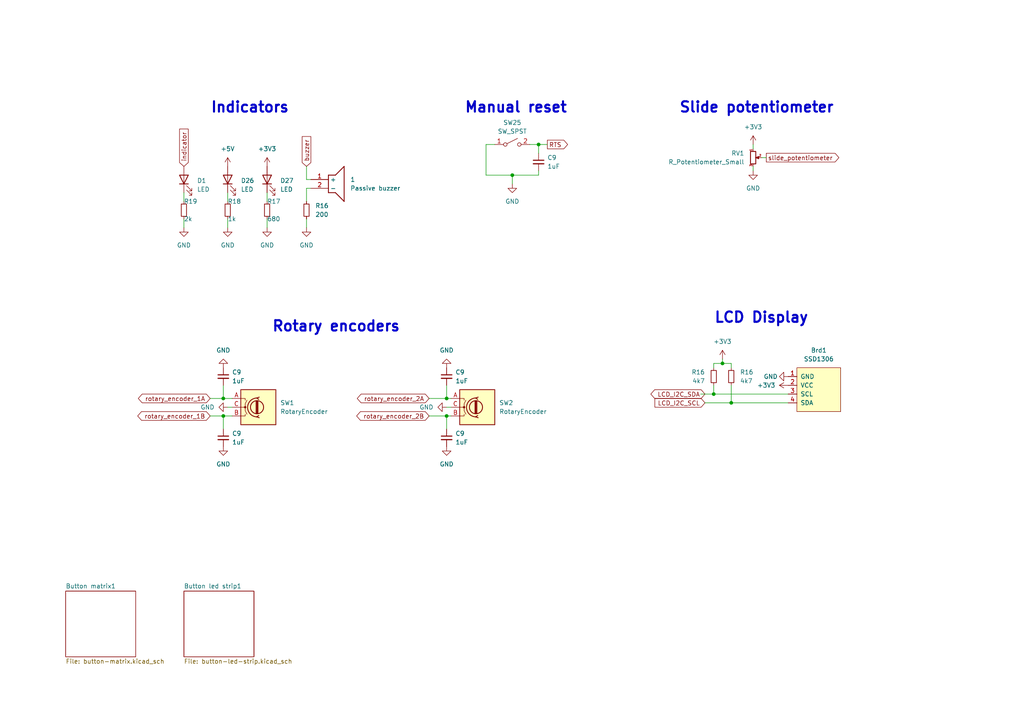
<source format=kicad_sch>
(kicad_sch (version 20230121) (generator eeschema)
  (paper "A4")
  (title_block (title "Keypad board") (date "2023-11-15") (rev "1.1"))
  (lib_symbols
    (symbol "Device:R_Potentiometer_Small" (pin_names (offset 1.016) hide)
      (property "Reference" "RV" (at -4.445 0 90))
      (property "Value" "R_Potentiometer_Small" (at -2.54 0 90))
      (symbol "R_Potentiometer_Small_0_1"
        (polyline (pts (xy 0.889 0) (xy 0.635 0) (xy 1.651 0.381) (xy 1.651 -0.381) (xy 0.635 0) (xy 0.889 0)) (fill (type outline)))
        (rectangle (start 0.762 1.8034) (end -0.762 -1.8034) (stroke (width 0.254)))
      )
      (symbol "R_Potentiometer_Small_1_1"
        (pin passive line (at 0 2.54 270) (length 0.635) (name "1") (number "1"))
        (pin passive line (at 2.54 0 180) (length 0.9906) (name "2") (number "2"))
        (pin passive line (at 0 -2.54 90) (length 0.635) (name "3") (number "3"))
      )
    )
    (symbol "Device:RotaryEncoder" (pin_names (offset 0.254) hide)
      (property "Reference" "SW" (at 0 6.604 0))
      (property "Value" "RotaryEncoder" (at 0 -6.604 0))
      (symbol "RotaryEncoder_0_1"
        (rectangle (start -5.08 5.08) (end 5.08 -5.08) (stroke (width 0.254)) (fill (type background)))
        (circle (center -3.81 0) (radius 0.254) (fill (type outline)))
        (circle (center -0.381 0) (radius 1.905) (stroke (width 0.254)))
        (arc (start -0.381 2.667) (mid -3.0988 -0.0635) (end -0.381 -2.794) (stroke (width 0.254)))
        (polyline (pts (xy -0.635 -1.778) (xy -0.635 1.778)) (stroke (width 0.254)))
        (polyline (pts (xy -0.381 -1.778) (xy -0.381 1.778)) (stroke (width 0.254)))
        (polyline (pts (xy -0.127 1.778) (xy -0.127 -1.778)) (stroke (width 0.254)))
        (polyline (pts (xy -5.08 -2.54) (xy -3.81 -2.54) (xy -3.81 -2.032)))
        (polyline (pts (xy -5.08 2.54) (xy -3.81 2.54) (xy -3.81 2.032)))
        (polyline (pts (xy 0.254 -3.048) (xy -0.508 -2.794) (xy 0.127 -2.413)) (stroke (width 0.254)))
        (polyline (pts (xy 0.254 2.921) (xy -0.508 2.667) (xy 0.127 2.286)) (stroke (width 0.254)))
        (polyline (pts (xy -5.08 0) (xy -3.81 0) (xy -3.81 -1.016) (xy -3.302 -2.032)))
        (polyline (pts (xy -4.318 0) (xy -3.81 0) (xy -3.81 1.016) (xy -3.302 2.032)))
      )
      (symbol "RotaryEncoder_1_1"
        (pin passive line (at -7.62 2.54 0) (length 2.54) (name "A") (number "A"))
        (pin passive line (at -7.62 -2.54 0) (length 2.54) (name "B") (number "B"))
        (pin passive line (at -7.62 0 0) (length 2.54) (name "C") (number "C"))
      )
    )
    (symbol "PUTRocketLab_semiconductors:LED" (pin_numbers hide) (pin_names (offset 1.016) hide)
      (property "Reference" "D" (at 0 2.54 0))
      (property "Value" "LED" (at 0 -2.54 0))
      (symbol "LED_0_1"
        (polyline (pts (xy -1.27 -1.27) (xy -1.27 1.27)) (stroke (width 0.254)))
        (polyline (pts (xy -1.27 0) (xy 1.27 0)))
        (polyline (pts (xy 1.27 -1.27) (xy 1.27 1.27) (xy -1.27 0) (xy 1.27 -1.27)) (stroke (width 0.254)))
        (polyline (pts (xy -3.048 -0.762) (xy -4.572 -2.286) (xy -3.81 -2.286) (xy -4.572 -2.286) (xy -4.572 -1.524)))
        (polyline (pts (xy -1.778 -0.762) (xy -3.302 -2.286) (xy -2.54 -2.286) (xy -3.302 -2.286) (xy -3.302 -1.524)))
      )
      (symbol "LED_1_1"
        (pin passive line (at -3.81 0 0) (length 2.54) (name "K") (number "1"))
        (pin passive line (at 3.81 0 180) (length 2.54) (name "A") (number "2"))
      )
    )
    (symbol "PUTRocketLab_supply:+3.3V" (power) (pin_names (offset 0))
      (property "Value" "+3.3V" (at 0 3.556 0))
      (symbol "+3.3V_0_1"
        (polyline (pts (xy -0.762 1.27) (xy 0 2.54)))
        (polyline (pts (xy 0 0) (xy 0 2.54)))
        (polyline (pts (xy 0 2.54) (xy 0.762 1.27)))
      )
      (symbol "+3.3V_1_1"
        (pin power_in line (at 0 0 90) (length 0) hide (name "+3V3") (number "1"))
      )
    )
    (symbol "PUTRocketLab_supply:GND" (power) (pin_names (offset 0))
      (property "Value" "GND" (at 0 -3.81 0))
      (symbol "GND_0_1"
        (polyline (pts (xy 0 0) (xy 0 -1.27) (xy 1.27 -1.27) (xy 0 -2.54) (xy -1.27 -1.27) (xy 0 -1.27)))
      )
      (symbol "GND_1_1"
        (pin power_in line (at 0 0 270) (length 0) hide (name "GND") (number "1"))
      )
    )
    (symbol "PUT_RocketLab_misc:CMI-9605IC-0580T"
      (property "Reference" "?" (at 10.795 2.5401 0))
      (property "Value" "CMI-9605IC-0580T" (at 10.795 0.0001 0))
      (symbol "CMI-9605IC-0580T_1_1"
        (polyline (pts (xy 5.08 1.27) (xy 5.08 -3.81)) (stroke (width 0.254)))
        (polyline (pts (xy 5.08 1.27) (xy 7.112 1.27)) (stroke (width 0.254)))
        (polyline (pts (xy 7.112 -3.81) (xy 5.08 -3.81)) (stroke (width 0.254)))
        (polyline (pts (xy 7.112 -3.81) (xy 9.652 -6.35)) (stroke (width 0.254)))
        (polyline (pts (xy 9.652 3.81) (xy 7.112 1.27)) (stroke (width 0.254)))
        (polyline (pts (xy 9.652 3.81) (xy 9.652 -6.35)) (stroke (width 0.254)))
        (pin passive line (at 0 0 0) (length 5.08) (name "+") (number "1"))
        (pin passive line (at 0 -2.54 0) (length 5.08) (name "-") (number "2"))
      )
    )
    (symbol "PUT_RocketLab_misc:SSD1306" (pin_names (offset 1.016))
      (property "Reference" "Brd" (at 0 -3.81 0))
      (property "Value" "SSD1306" (at 0 -1.27 0))
      (symbol "SSD1306_0_1"
        (rectangle (start -6.35 6.35) (end 6.35 -6.35) (fill (type background)))
      )
      (symbol "SSD1306_1_1"
        (pin input line (at -3.81 8.89 270) (length 2.54) (name "GND") (number "1"))
        (pin input line (at -1.27 8.89 270) (length 2.54) (name "VCC") (number "2"))
        (pin input line (at 1.27 8.89 270) (length 2.54) (name "SCL") (number "3"))
        (pin input line (at 3.81 8.89 270) (length 2.54) (name "SDA") (number "4"))
      )
    )
    (symbol "PUT_RocketLab_power:+5V" (power) (pin_names (offset 0))
      (property "Value" "+5V" (at 0 3.556 0))
      (symbol "+5V_0_1"
        (polyline (pts (xy -0.762 1.27) (xy 0 2.54)))
        (polyline (pts (xy 0 0) (xy 0 2.54)))
        (polyline (pts (xy 0 2.54) (xy 0.762 1.27)))
      )
      (symbol "+5V_1_1"
        (pin power_in line (at 0 0 90) (length 0) hide (name "+5V") (number "1"))
      )
    )
    (symbol "PUT_RocketLab_power:GND" (power) (pin_names (offset 0))
      (property "Value" "GND" (at 0 -3.81 0))
      (symbol "GND_0_1"
        (polyline (pts (xy 0 0) (xy 0 -1.27) (xy 1.27 -1.27) (xy 0 -2.54) (xy -1.27 -1.27) (xy 0 -1.27)))
      )
      (symbol "GND_1_1"
        (pin power_in line (at 0 0 270) (length 0) hide (name "GND") (number "1"))
      )
    )
    (symbol "PutRocketLab_RCL:C_Small" (pin_numbers hide) (pin_names (offset 0.254) hide)
      (property "Reference" "C" (at 0.254 1.778 0))
      (property "Value" "C_Small" (at 0.254 -2.032 0))
      (symbol "C_Small_0_1"
        (polyline (pts (xy -1.524 -0.508) (xy 1.524 -0.508)) (stroke (width 0.3302)))
        (polyline (pts (xy -1.524 0.508) (xy 1.524 0.508)) (stroke (width 0.3048)))
      )
      (symbol "C_Small_1_1"
        (pin passive line (at 0 2.54 270) (length 2.032) (name "~") (number "1"))
        (pin passive line (at 0 -2.54 90) (length 2.032) (name "~") (number "2"))
      )
    )
    (symbol "PutRocketLab_RCL:R_Small" (pin_numbers hide) (pin_names (offset 0.254) hide)
      (property "Reference" "R" (at 0.762 0.508 0))
      (property "Value" "R_Small" (at 0.762 -1.016 0))
      (symbol "R_Small_0_1"
        (rectangle (start -0.762 1.778) (end 0.762 -1.778) (stroke (width 0.2032)))
      )
      (symbol "R_Small_1_1"
        (pin passive line (at 0 2.54 270) (length 0.762) (name "~") (number "1"))
        (pin passive line (at 0 -2.54 90) (length 0.762) (name "~") (number "2"))
      )
    )
    (symbol "Switch:SW_SPST" (pin_names (offset 0) hide)
      (property "Reference" "SW" (at 0 3.175 0))
      (property "Value" "SW_SPST" (at 0 -2.54 0))
      (symbol "SW_SPST_0_0"
        (circle (center -2.032 0) (radius 0.508))
        (polyline (pts (xy -1.524 0.254) (xy 1.524 1.778)))
        (circle (center 2.032 0) (radius 0.508))
      )
      (symbol "SW_SPST_1_1"
        (pin passive line (at -5.08 0 0) (length 2.54) (name "A") (number "1"))
        (pin passive line (at 5.08 0 180) (length 2.54) (name "B") (number "2"))
      )
    )
  )
  (junction (at 156.21 41.91))
  (junction (at 148.59 50.8))
  (junction (at 212.09 116.84))
  (junction (at 64.77 120.65))
  (junction (at 209.55 105.41))
  (junction (at 129.54 120.65))
  (junction (at 129.54 115.57))
  (junction (at 207.01 114.3))
  (junction (at 64.77 115.57))
  (wire (pts (xy 207.01 105.41) (xy 209.55 105.41)))
  (wire (pts (xy 66.04 63.5) (xy 66.04 66.04)))
  (wire (pts (xy 129.54 120.65) (xy 130.81 120.65)))
  (wire (pts (xy 156.21 50.8) (xy 156.21 49.53)))
  (wire (pts (xy 143.51 41.91) (xy 140.97 41.91)))
  (wire (pts (xy 218.44 41.91) (xy 218.44 43.18)))
  (wire (pts (xy 129.54 111.76) (xy 129.54 115.57)))
  (wire (pts (xy 218.44 48.26) (xy 218.44 49.53)))
  (wire (pts (xy 88.9 52.07) (xy 88.9 48.26)))
  (wire (pts (xy 77.47 63.5) (xy 77.47 66.04)))
  (wire (pts (xy 60.96 120.65) (xy 64.77 120.65)))
  (wire (pts (xy 203.2 114.3) (xy 207.01 114.3)))
  (wire (pts (xy 153.67 41.91) (xy 156.21 41.91)))
  (wire (pts (xy 129.54 118.11) (xy 130.81 118.11)))
  (wire (pts (xy 129.54 120.65) (xy 129.54 124.46)))
  (wire (pts (xy 66.04 55.88) (xy 66.04 58.42)))
  (wire (pts (xy 148.59 50.8) (xy 156.21 50.8)))
  (wire (pts (xy 204.47 116.84) (xy 212.09 116.84)))
  (wire (pts (xy 64.77 120.65) (xy 67.31 120.65)))
  (wire (pts (xy 156.21 41.91) (xy 158.75 41.91)))
  (wire (pts (xy 212.09 116.84) (xy 228.6 116.84)))
  (wire (pts (xy 207.01 114.3) (xy 207.01 111.76)))
  (wire (pts (xy 88.9 54.61) (xy 90.17 54.61)))
  (wire (pts (xy 88.9 63.5) (xy 88.9 66.04)))
  (wire (pts (xy 222.25 45.72) (xy 220.98 45.72)))
  (wire (pts (xy 207.01 114.3) (xy 228.6 114.3)))
  (wire (pts (xy 64.77 115.57) (xy 67.31 115.57)))
  (wire (pts (xy 77.47 55.88) (xy 77.47 58.42)))
  (wire (pts (xy 88.9 52.07) (xy 90.17 52.07)))
  (wire (pts (xy 148.59 53.34) (xy 148.59 50.8)))
  (wire (pts (xy 212.09 116.84) (xy 212.09 111.76)))
  (wire (pts (xy 64.77 111.76) (xy 64.77 115.57)))
  (wire (pts (xy 53.34 55.88) (xy 53.34 58.42)))
  (wire (pts (xy 140.97 41.91) (xy 140.97 50.8)))
  (wire (pts (xy 53.34 63.5) (xy 53.34 66.04)))
  (wire (pts (xy 140.97 50.8) (xy 148.59 50.8)))
  (wire (pts (xy 88.9 58.42) (xy 88.9 54.61)))
  (wire (pts (xy 124.46 120.65) (xy 129.54 120.65)))
  (wire (pts (xy 207.01 106.68) (xy 207.01 105.41)))
  (wire (pts (xy 124.46 115.57) (xy 129.54 115.57)))
  (wire (pts (xy 60.96 115.57) (xy 64.77 115.57)))
  (wire (pts (xy 209.55 105.41) (xy 212.09 105.41)))
  (wire (pts (xy 64.77 120.65) (xy 64.77 124.46)))
  (wire (pts (xy 129.54 115.57) (xy 130.81 115.57)))
  (wire (pts (xy 212.09 105.41) (xy 212.09 106.68)))
  (wire (pts (xy 156.21 41.91) (xy 156.21 44.45)))
  (wire (pts (xy 66.04 118.11) (xy 67.31 118.11)))
  (wire (pts (xy 209.55 105.41) (xy 209.55 104.14)))
  (text "Rotary encoders" (at 78.74 96.52 0) (effects (font (size 3 3) bold) (justify left bottom)))
  (text "Slide potentiometer" (at 196.85 33.02 0) (effects (font (size 3 3) bold) (justify left bottom)))
  (text "Indicators" (at 60.96 33.02 0) (effects (font (size 3 3) (thickness 0.6) bold) (justify left bottom)))
  (text "Manual reset" (at 134.62 33.02 0) (effects (font (size 3 3) (thickness 0.6) bold) (justify left bottom)))
  (text "LCD Display" (at 207.01 93.98 0) (effects (font (size 3 3) bold) (justify left bottom)))
  (global_label "slide_potentiometer" (shape output) (at 222.25 45.72 0) (property "Intersheetrefs" "${INTERSHEET_REFS}" (effects hide)))
  (global_label "indicator" (shape input) (at 53.34 48.26 90) (property "Intersheetrefs" "${INTERSHEET_REFS}" (effects hide)))
  (global_label "LCD_I2C_SDA" (shape bidirectional) (at 204.47 114.3 180) (property "Intersheetrefs" "${INTERSHEET_REFS}" (effects hide)))
  (global_label "rotary_encoder_1A" (shape bidirectional) (at 60.96 115.57 180) (property "Intersheetrefs" "${INTERSHEET_REFS}" (effects hide)))
  (global_label "rotary_encoder_1B" (shape bidirectional) (at 60.96 120.65 180) (property "Intersheetrefs" "${INTERSHEET_REFS}" (effects hide)))
  (global_label "RTS" (shape output) (at 158.75 41.91 0) (property "Intersheetrefs" "${INTERSHEET_REFS}" (effects hide)))
  (global_label "rotary_encoder_2B" (shape bidirectional) (at 124.46 120.65 180) (property "Intersheetrefs" "${INTERSHEET_REFS}" (effects hide)))
  (global_label "rotary_encoder_2A" (shape bidirectional) (at 124.46 115.57 180) (property "Intersheetrefs" "${INTERSHEET_REFS}" (effects hide)))
  (global_label "buzzer" (shape input) (at 88.9 48.26 90) (property "Intersheetrefs" "${INTERSHEET_REFS}" (effects hide)))
  (global_label "LCD_I2C_SCL" (shape input) (at 204.47 116.84 180) (property "Intersheetrefs" "${INTERSHEET_REFS}" (effects hide)))
  (symbol (lib_id "PutRocketLab_RCL:C_Small") (at 64.77 127 0) (unit 1)
    (property "Reference" "C9" (at 67.31 125.7363 0) (effects (justify left)))
    (property "Value" "1uF" (at 67.31 128.2763 0) (effects (justify left)))
    (instances (project "keypad" (path "" (reference "C9") (unit 1)) (path "" (reference "C9") (unit 1)) (path "" (reference "C12") (unit 1))))
  )
  (symbol (lib_id "PUT_RocketLab_power:GND") (at 66.04 118.11 270) (unit 1)
    (property "Reference" "#PWR029" (effects hide))
    (property "Value" "GND" (at 62.23 118.11 90) (effects (justify right)))
  )
  (symbol (lib_id "PUT_RocketLab_power:GND") (at 148.59 53.34 0) (unit 1)
    (property "Reference" "#PWR042" (effects hide))
    (property "Value" "GND" (at 148.59 58.42 0))
  )
  (symbol (lib_id "PUT_RocketLab_misc:SSD1306") (at 237.49 113.03 90) (mirror x) (unit 1)
    (property "Reference" "Brd1" (at 237.49 101.6 90))
    (property "Value" "SSD1306" (at 237.49 104.14 90))
  )
  (symbol (lib_id "PUTRocketLab_supply:GND") (at 66.04 66.04 0) (unit 1)
    (property "Reference" "#PWR052" (effects hide))
    (property "Value" "GND" (at 66.04 71.12 0))
    (instances (project "keypad" (path "" (reference "#PWR052") (unit 1)) (path "" (reference "#PWR050") (unit 1))))
  )
  (symbol (lib_id "PUTRocketLab_semiconductors:LED") (at 53.34 52.07 90) (unit 1)
    (property "Reference" "D1" (at 57.15 52.3875 90) (effects (justify right)))
    (property "Value" "LED" (at 57.15 54.9275 90) (effects (justify right)))
  )
  (symbol (lib_id "PUTRocketLab_supply:GND") (at 218.44 49.53 0) (unit 1)
    (property "Reference" "#PWR053" (effects hide))
    (property "Value" "GND" (at 218.44 54.61 0))
    (instances (project "keypad" (path "" (reference "#PWR053") (unit 1)) (path "" (reference "#PWR054") (unit 1))))
  )
  (symbol (lib_id "PutRocketLab_RCL:C_Small") (at 156.21 46.99 0) (unit 1)
    (property "Reference" "C9" (at 158.75 45.7263 0) (effects (justify left)))
    (property "Value" "1uF" (at 158.75 48.2663 0) (effects (justify left)))
  )
  (symbol (lib_id "PutRocketLab_RCL:C_Small") (at 129.54 109.22 0) (unit 1)
    (property "Reference" "C9" (at 132.08 107.9563 0) (effects (justify left)))
    (property "Value" "1uF" (at 132.08 110.4963 0) (effects (justify left)))
    (instances (project "keypad" (path "" (reference "C9") (unit 1)) (path "" (reference "C9") (unit 1)) (path "" (reference "C13") (unit 1))))
  )
  (symbol (lib_id "PutRocketLab_RCL:R_Small") (at 66.04 60.96 0) (unit 1)
    (property "Reference" "R18" (at 66.04 58.42 0) (effects (justify left)))
    (property "Value" "1k" (at 66.04 63.5 0) (effects (justify left)))
    (instances (project "keypad" (path "" (reference "R18") (unit 1)) (path "" (reference "R17") (unit 1))))
  )
  (symbol (lib_id "PutRocketLab_RCL:R_Small") (at 53.34 60.96 0) (unit 1)
    (property "Reference" "R19" (at 53.34 58.42 0) (effects (justify left)))
    (property "Value" "2k" (at 53.34 63.5 0) (effects (justify left)))
    (instances (project "keypad" (path "" (reference "R19") (unit 1)) (path "" (reference "R16") (unit 1))))
  )
  (symbol (lib_id "PUT_RocketLab_power:GND") (at 129.54 129.54 0) (unit 1)
    (property "Reference" "#PWR031" (effects hide))
    (property "Value" "GND" (at 129.54 134.62 0))
  )
  (symbol (lib_id "PUTRocketLab_supply:+3.3V") (at 228.6 111.76 90) (unit 1)
    (property "Reference" "#PWR051" (effects hide))
    (property "Value" "+3.3V" (at 222.25 111.76 90))
    (instances (project "keypad" (path "" (reference "#PWR051") (unit 1)) (path "" (reference "#PWR035") (unit 1))))
  )
  (symbol (lib_id "PUTRocketLab_semiconductors:LED") (at 77.47 52.07 90) (unit 1)
    (property "Reference" "D27" (at 81.28 52.3875 90) (effects (justify right)))
    (property "Value" "LED" (at 81.28 54.9275 90) (effects (justify right)))
  )
  (symbol (lib_id "PUT_RocketLab_power:+5V") (at 66.04 48.26 0) (unit 1)
    (property "Reference" "#PWR050" (effects hide))
    (property "Value" "+5V" (at 66.04 43.18 0))
    (instances (project "keypad" (path "" (reference "#PWR050") (unit 1)) (path "" (reference "#PWR049") (unit 1))))
  )
  (symbol (lib_id "PUT_RocketLab_misc:CMI-9605IC-0580T") (at 90.17 52.07 0) (unit 1)
    (property "Reference" "1" (at 101.6 52.07 0) (effects (justify left)))
    (property "Value" "Passive buzzer" (at 101.6 54.61 0) (effects (justify left)))
    (property "Reference_1" "LS" (effects hide))
    (property "Value_1" "CMI-9605IC-0580T" (effects hide))
    (property "Footprint_1" "CMI9605IC0580T" (effects hide))
    (property "Datasheet_1" "2761125Hb" (effects hide))
    (property "Height" "5.5" (effects hide))
    (property "Mouser Part Number" "490-CMI-9605IC-0580T" (effects hide))
    (property "Mouser Price/Stock" "https://www.mouser.co.uk/ProductDetail/CUI-Devices/CMI-9605IC-0580T?qs=OlC7AqGiEDlyVLS7NTulfA%3D%3D" (effects hide))
    (property "Manufacturer_Name" "CUI Devices" (effects hide))
    (property "Manufacturer_Part_Number" "CMI-9605IC-0580T" (effects hide))
    (instances (project "keypad" (path "" (reference "1") (unit 1)) (path "" (reference "11?") (unit 1))))
  )
  (symbol (lib_id "PutRocketLab_RCL:C_Small") (at 64.77 109.22 0) (unit 1)
    (property "Reference" "C9" (at 67.31 107.9563 0) (effects (justify left)))
    (property "Value" "1uF" (at 67.31 110.4963 0) (effects (justify left)))
    (instances (project "keypad" (path "" (reference "C9") (unit 1)) (path "" (reference "C9") (unit 1)) (path "" (reference "C11") (unit 1))))
  )
  (symbol (lib_id "PutRocketLab_RCL:R_Small") (at 88.9 60.96 0) (unit 1)
    (property "Reference" "R16" (at 91.44 59.69 0) (effects (justify left)))
    (property "Value" "200" (at 91.44 62.23 0) (effects (justify left)))
    (instances (project "keypad" (path "" (reference "R16") (unit 1)) (path "" (reference "R19") (unit 1))))
  )
  (symbol (lib_id "PutRocketLab_RCL:R_Small") (at 77.47 60.96 0) (unit 1)
    (property "Reference" "R17" (at 77.47 58.42 0) (effects (justify left)))
    (property "Value" "680" (at 77.47 63.5 0) (effects (justify left)))
    (instances (project "keypad" (path "" (reference "R17") (unit 1)) (path "" (reference "R18") (unit 1))))
  )
  (symbol (lib_id "PUTRocketLab_supply:+3.3V") (at 77.47 48.26 0) (unit 1)
    (property "Reference" "#PWR051" (effects hide))
    (property "Value" "+3.3V" (at 77.47 43.18 0))
  )
  (symbol (lib_id "PutRocketLab_RCL:R_Small") (at 212.09 109.22 0) (unit 1)
    (property "Reference" "R16" (at 214.63 107.95 0) (effects (justify left)))
    (property "Value" "4k7" (at 214.63 110.49 0) (effects (justify left)))
    (instances (project "keypad" (path "" (reference "R16") (unit 1)) (path "" (reference "R21") (unit 1))))
  )
  (symbol (lib_id "PUTRocketLab_supply:GND") (at 88.9 66.04 0) (unit 1)
    (property "Reference" "#PWR049" (effects hide))
    (property "Value" "GND" (at 88.9 71.12 0))
    (instances (project "keypad" (path "" (reference "#PWR049") (unit 1)) (path "" (reference "#PWR053") (unit 1))))
  )
  (symbol (lib_id "PUTRocketLab_supply:GND") (at 77.47 66.04 0) (unit 1)
    (property "Reference" "#PWR053" (effects hide))
    (property "Value" "GND" (at 77.47 71.12 0))
    (instances (project "keypad" (path "" (reference "#PWR053") (unit 1)) (path "" (reference "#PWR052") (unit 1))))
  )
  (symbol (lib_id "Switch:SW_SPST") (at 148.59 41.91 0) (unit 1)
    (property "Reference" "SW25" (at 148.59 35.56 0))
    (property "Value" "SW_SPST" (at 148.59 38.1 0))
  )
  (symbol (lib_id "PUT_RocketLab_power:GND") (at 129.54 118.11 270) (unit 1)
    (property "Reference" "#PWR028" (effects hide))
    (property "Value" "GND" (at 125.73 118.11 90) (effects (justify right)))
  )
  (symbol (lib_id "PutRocketLab_RCL:C_Small") (at 129.54 127 0) (unit 1)
    (property "Reference" "C9" (at 132.08 125.7363 0) (effects (justify left)))
    (property "Value" "1uF" (at 132.08 128.2763 0) (effects (justify left)))
    (instances (project "keypad" (path "" (reference "C9") (unit 1)) (path "" (reference "C9") (unit 1)) (path "" (reference "C14") (unit 1))))
  )
  (symbol (lib_id "Device:RotaryEncoder") (at 74.93 118.11 0) (unit 1)
    (property "Reference" "SW1" (at 81.28 116.84 0) (effects (justify left)))
    (property "Value" "RotaryEncoder" (at 81.28 119.38 0) (effects (justify left)))
  )
  (symbol (lib_id "PUT_RocketLab_power:GND") (at 64.77 106.68 0) (mirror x) (unit 1)
    (property "Reference" "#PWR032" (effects hide))
    (property "Value" "GND" (at 64.77 101.6 0))
  )
  (symbol (lib_id "PUT_RocketLab_power:GND") (at 228.6 109.22 270) (mirror x) (unit 1)
    (property "Reference" "#PWR036" (effects hide))
    (property "Value" "GND" (at 223.52 109.22 90))
  )
  (symbol (lib_id "Device:R_Potentiometer_Small") (at 218.44 45.72 0) (unit 1)
    (property "Reference" "RV1" (at 215.9 44.45 0) (effects (justify right)))
    (property "Value" "R_Potentiometer_Small" (at 215.9 46.99 0) (effects (justify right)))
  )
  (symbol (lib_id "PUTRocketLab_supply:+3.3V") (at 218.44 41.91 0) (unit 1)
    (property "Reference" "#PWR051" (effects hide))
    (property "Value" "+3.3V" (at 218.44 36.83 0))
    (instances (project "keypad" (path "" (reference "#PWR051") (unit 1)) (path "" (reference "#PWR055") (unit 1))))
  )
  (symbol (lib_id "PUTRocketLab_supply:+3.3V") (at 209.55 104.14 0) (unit 1)
    (property "Reference" "#PWR051" (effects hide))
    (property "Value" "+3.3V" (at 209.55 99.06 0))
    (instances (project "keypad" (path "" (reference "#PWR051") (unit 1)) (path "" (reference "#PWR034") (unit 1))))
  )
  (symbol (lib_id "PUT_RocketLab_power:GND") (at 129.54 106.68 0) (mirror x) (unit 1)
    (property "Reference" "#PWR033" (effects hide))
    (property "Value" "GND" (at 129.54 101.6 0))
  )
  (symbol (lib_id "PutRocketLab_RCL:R_Small") (at 207.01 109.22 0) (mirror y) (unit 1)
    (property "Reference" "R16" (at 204.47 107.95 0) (effects (justify left)))
    (property "Value" "4k7" (at 204.47 110.49 0) (effects (justify left)))
    (instances (project "keypad" (path "" (reference "R16") (unit 1)) (path "" (reference "R6") (unit 1))))
  )
  (symbol (lib_id "PUT_RocketLab_power:GND") (at 64.77 129.54 0) (unit 1)
    (property "Reference" "#PWR030" (effects hide))
    (property "Value" "GND" (at 64.77 134.62 0))
  )
  (symbol (lib_id "PUTRocketLab_semiconductors:LED") (at 66.04 52.07 90) (unit 1)
    (property "Reference" "D26" (at 69.85 52.3875 90) (effects (justify right)))
    (property "Value" "LED" (at 69.85 54.9275 90) (effects (justify right)))
  )
  (symbol (lib_id "PUTRocketLab_supply:GND") (at 53.34 66.04 0) (unit 1)
    (property "Reference" "#PWR03" (effects hide))
    (property "Value" "GND" (at 53.34 71.12 0))
  )
  (symbol (lib_id "Device:RotaryEncoder") (at 138.43 118.11 0) (unit 1)
    (property "Reference" "SW2" (at 144.78 116.84 0) (effects (justify left)))
    (property "Value" "RotaryEncoder" (at 144.78 119.38 0) (effects (justify left)))
  )
  (sheet (at 53.34 171.45) (size 20.32 19.05) (stroke (width 0.1524))
    (property "Sheetname" "Button led strip1" (at 53.34 170.7384 0) (effects (justify left bottom)))
    (property "Sheetfile" "button-led-strip.kicad_sch" (at 53.34 191.0846 0) (effects (justify left top)))
  )
  (sheet (at 19.05 171.45) (size 20.32 19.05) (stroke (width 0.1524))
    (property "Sheetname" "Button matrix1" (at 19.05 170.7384 0) (effects (justify left bottom)))
    (property "Sheetfile" "button-matrix.kicad_sch" (at 19.05 191.0846 0) (effects (justify left top)))
  )
)
</source>
